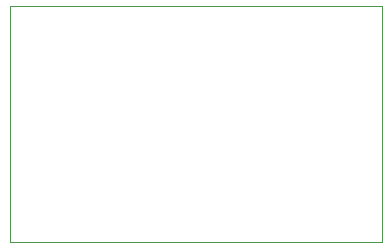
<source format=gbr>
%TF.GenerationSoftware,KiCad,Pcbnew,8.0.5*%
%TF.CreationDate,2025-03-25T10:52:22+00:00*%
%TF.ProjectId,HallEffect,48616c6c-4566-4666-9563-742e6b696361,rev?*%
%TF.SameCoordinates,Original*%
%TF.FileFunction,Profile,NP*%
%FSLAX46Y46*%
G04 Gerber Fmt 4.6, Leading zero omitted, Abs format (unit mm)*
G04 Created by KiCad (PCBNEW 8.0.5) date 2025-03-25 10:52:22*
%MOMM*%
%LPD*%
G01*
G04 APERTURE LIST*
%TA.AperFunction,Profile*%
%ADD10C,0.050000*%
%TD*%
G04 APERTURE END LIST*
D10*
X151300000Y-77000000D02*
X182800000Y-77000000D01*
X182800000Y-97000000D01*
X151300000Y-97000000D01*
X151300000Y-77000000D01*
M02*

</source>
